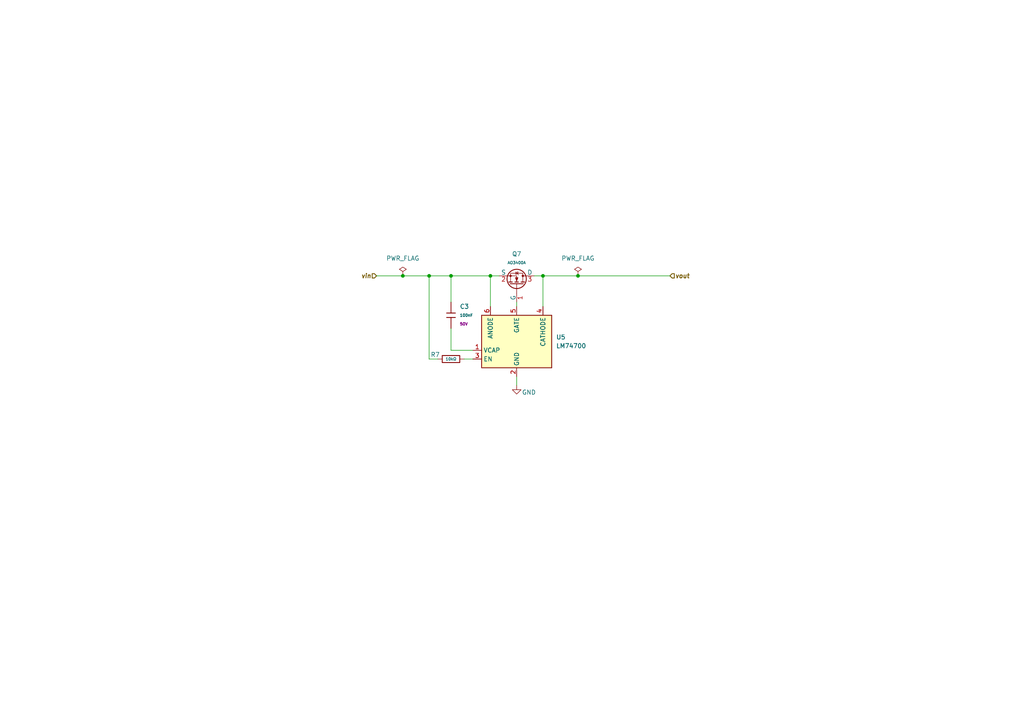
<source format=kicad_sch>
(kicad_sch (version 20250114) (generator "eeschema") (generator_version "9.0")
  (paper "A4")
  (lib_symbols
    (symbol "PCM_JLCPCB-Capacitors:0402,100nF,(2)" (pin_numbers (hide yes)) (pin_names (offset 0))
      (property "Reference" "C" (at 2.032 1.668 0))
      (property "Value" "100nF" (at 2.032 -0.3782 0))
      (property "Voltage Rated" "50V" (at 2.032 -2.0462 0))
      (symbol "0402,100nF,(2)_0_1"
        (polyline (pts (xy -1.27 0.635) (xy 1.27 0.635)) (stroke (width 0.254)))
        (polyline (pts (xy -1.27 -0.635) (xy 1.27 -0.635)) (stroke (width 0.254)))
      )
      (symbol "0402,100nF,(2)_1_1"
        (pin passive line (at 0 3.81 270) (length 3.175) (name "~") (number "1"))
        (pin passive line (at 0 -3.81 90) (length 3.175) (name "~") (number "2"))
      )
    )
    (symbol "PCM_JLCPCB-Resistors:0402,10kΩ" (pin_numbers (hide yes)) (pin_names (offset 0))
      (property "Reference" "R" (at 1.778 0 0))
      (property "Value" "10kΩ" (at 0 0 90))
      (symbol "0402,10kΩ_0_1"
        (rectangle (start -1.016 2.54) (end 1.016 -2.54) (stroke (width 0.254)))
      )
      (symbol "0402,10kΩ_1_1"
        (pin passive line (at 0 3.81 270) (length 1.27) (name "~") (number "1"))
        (pin passive line (at 0 -3.81 90) (length 1.27) (name "~") (number "2"))
      )
    )
    (symbol "PCM_JLCPCB-Transistors:NMOS,AO3400A" (pin_names (offset 0))
      (property "Reference" "Q" (at 4.8514 0.834 0))
      (property "Value" "AO3400A" (at 4.8514 -1.2122 0))
      (symbol "NMOS,AO3400A_0_1"
        (polyline (pts (xy 0.254 1.905) (xy 0.254 -1.905)) (stroke (width 0.254)))
        (polyline (pts (xy 0.254 0) (xy -2.54 0)))
        (polyline (pts (xy 0.762 2.286) (xy 0.762 1.27)) (stroke (width 0.254)))
        (polyline (pts (xy 0.762 0.508) (xy 0.762 -0.508)) (stroke (width 0.254)))
        (polyline (pts (xy 0.762 -1.27) (xy 0.762 -2.286)) (stroke (width 0.254)))
        (polyline (pts (xy 0.762 -1.778) (xy 3.302 -1.778) (xy 3.302 1.778) (xy 0.762 1.778)))
        (polyline (pts (xy 1.016 0) (xy 2.032 0.381) (xy 2.032 -0.381) (xy 1.016 0)) (fill (type outline)))
        (circle (center 1.651 0) (radius 2.794) (stroke (width 0.254)))
        (polyline (pts (xy 2.54 2.54) (xy 2.54 1.778)))
        (circle (center 2.54 1.778) (radius 0.254) (fill (type outline)))
        (circle (center 2.54 -1.778) (radius 0.254) (fill (type outline)))
        (polyline (pts (xy 2.54 -2.54) (xy 2.54 0) (xy 0.762 0)))
        (polyline (pts (xy 2.794 0.508) (xy 2.921 0.381) (xy 3.683 0.381) (xy 3.81 0.254)))
        (polyline (pts (xy 3.302 0.381) (xy 2.921 -0.254) (xy 3.683 -0.254) (xy 3.302 0.381)))
      )
      (symbol "NMOS,AO3400A_1_1"
        (pin input line (at -5.08 0 0) (length 2.54) (name "G") (number "1"))
        (pin passive line (at 2.54 5.08 270) (length 2.54) (name "D") (number "3"))
        (pin passive line (at 2.54 -5.08 90) (length 2.54) (name "S") (number "2"))
      )
    )
    (symbol "Power_Management:LM74700"
      (property "Reference" "U" (at -9.525 -8.89 0))
      (property "Value" "LM74700" (at 7.62 -8.89 0))
      (symbol "LM74700_0_1"
        (rectangle (start -10.16 7.62) (end 10.16 -7.62) (stroke (width 0.254)) (fill (type background)))
      )
      (symbol "LM74700_1_1"
        (pin passive line (at -12.7 -2.54 0) (length 2.54) (name "VCAP") (number "1"))
        (pin input line (at -12.7 -5.08 0) (length 2.54) (name "EN") (number "3"))
        (pin power_in line (at -7.62 10.16 270) (length 2.54) (name "ANODE") (number "6"))
        (pin output line (at 0 10.16 270) (length 2.54) (name "GATE") (number "5"))
        (pin power_in line (at 0 -10.16 90) (length 2.54) (name "GND") (number "2"))
        (pin input line (at 7.62 10.16 270) (length 2.54) (name "CATHODE") (number "4"))
      )
    )
    (symbol "power:GND" (power) (pin_numbers (hide yes)) (pin_names (offset 0) (hide yes))
      (property "Value" "GND" (at 0 -3.81 0))
      (symbol "GND_0_1"
        (polyline (pts (xy 0 0) (xy 0 -1.27) (xy 1.27 -1.27) (xy 0 -2.54) (xy -1.27 -1.27) (xy 0 -1.27)))
      )
      (symbol "GND_1_1"
        (pin power_in line (at 0 0 270) (length 0) (name "~") (number "1"))
      )
    )
    (symbol "power:PWR_FLAG" (power) (pin_numbers (hide yes)) (pin_names (offset 0) (hide yes))
      (property "Value" "PWR_FLAG" (at 0 3.81 0))
      (symbol "PWR_FLAG_0_0"
        (pin power_out line (at 0 0 90) (length 0) (name "~") (number "1"))
      )
      (symbol "PWR_FLAG_0_1"
        (polyline (pts (xy 0 0) (xy 0 1.27) (xy -1.016 1.905) (xy 0 2.54) (xy 1.016 1.905) (xy 0 1.27)))
      )
    )
  )
  (junction (at 142.24 80.01))
  (junction (at 124.46 80.01))
  (junction (at 157.48 80.01))
  (junction (at 116.84 80.01))
  (junction (at 167.64 80.01))
  (junction (at 130.81 80.01))
  (wire (pts (xy 134.62 104.14) (xy 137.16 104.14)))
  (wire (pts (xy 142.24 80.01) (xy 142.24 88.9)))
  (wire (pts (xy 157.48 80.01) (xy 157.48 88.9)))
  (wire (pts (xy 154.94 80.01) (xy 157.48 80.01)))
  (wire (pts (xy 130.81 80.01) (xy 130.81 87.63)))
  (wire (pts (xy 149.86 109.22) (xy 149.86 111.76)))
  (wire (pts (xy 167.64 80.01) (xy 194.31 80.01)))
  (wire (pts (xy 127 104.14) (xy 124.46 104.14)))
  (wire (pts (xy 130.81 101.6) (xy 137.16 101.6)))
  (wire (pts (xy 157.48 80.01) (xy 167.64 80.01)))
  (wire (pts (xy 142.24 80.01) (xy 144.78 80.01)))
  (wire (pts (xy 130.81 95.25) (xy 130.81 101.6)))
  (wire (pts (xy 124.46 80.01) (xy 130.81 80.01)))
  (wire (pts (xy 149.86 87.63) (xy 149.86 88.9)))
  (wire (pts (xy 116.84 80.01) (xy 124.46 80.01)))
  (wire (pts (xy 109.22 80.01) (xy 116.84 80.01)))
  (wire (pts (xy 124.46 104.14) (xy 124.46 80.01)))
  (wire (pts (xy 130.81 80.01) (xy 142.24 80.01)))
  (hierarchical_label "vin" (shape input) (at 109.22 80.01 180) (effects (font (thickness 0.254) (bold yes) (italic yes))))
  (hierarchical_label "vout" (shape input) (at 194.31 80.01 0) (effects (font (thickness 0.254) (bold yes) (italic yes))))
  (symbol (lib_id "power:PWR_FLAG") (at 167.64 80.01 0) (unit 1)
    (property "Reference" "#FLG03" (effects (hide yes)))
    (property "Value" "PWR_FLAG" (at 167.64 74.93 0))
    (property "Description" "Special symbol for telling ERC where power comes from" (effects (hide yes)))
  )
  (symbol (lib_id "power:PWR_FLAG") (at 116.84 80.01 0) (unit 1)
    (property "Reference" "#FLG02" (effects (hide yes)))
    (property "Value" "PWR_FLAG" (at 116.84 74.93 0))
    (property "Description" "Special symbol for telling ERC where power comes from" (effects (hide yes)))
  )
  (symbol (lib_id "PCM_JLCPCB-Transistors:NMOS,AO3400A") (at 149.86 82.55 270) (mirror x) (unit 1)
    (property "Reference" "Q7" (at 149.86 73.66 90))
    (property "Value" "AO3400A" (at 149.86 76.2 90) (effects (font (size 0.8 0.8))))
    (property "Footprint" "PCM_JLCPCB:Q_SOT-23" (effects (hide yes)))
    (property "Datasheet" "https://www.lcsc.com/datasheet/lcsc_datasheet_1811081213_Alpha---Omega-Semicon-AO3400A_C20917.pdf" (effects (hide yes)))
    (property "Description" "30V 5.7A 26.5mΩ@10V,5.7A 1.4W 1.5V@250uA 1 N-Channel SOT-23-3L MOSFETs ROHS" (effects (hide yes)))
    (property "LCSC" "C20917" (effects (hide yes)))
    (property "Stock" "1046002" (effects (hide yes)))
    (property "Price" "0.088USD" (effects (hide yes)))
    (property "Process" "SMT" (effects (hide yes)))
    (property "Minimum Qty" "5" (effects (hide yes)))
    (property "Attrition Qty" "4" (effects (hide yes)))
    (property "Class" "Basic Component" (effects (hide yes)))
    (property "Category" "Transistors,MOSFETs" (effects (hide yes)))
    (property "Manufacturer" "Alpha & Omega Semicon" (effects (hide yes)))
    (property "Part" "AO3400A" (effects (hide yes)))
    (property "Continuous Drain Current (Id)" "5.7A" (effects (hide yes)))
    (property "Input Capacitance (Ciss@Vds)" "630pF@15V" (effects (hide yes)))
    (property "Operating Temperature" "-55°C~+150°C@(Tj)" (effects (hide yes)))
    (property "Type" "1 N-channel" (effects (hide yes)))
    (property "Drain Source Voltage (Vdss)" "30V" (effects (hide yes)))
    (property "Power Dissipation (Pd)" "1.4W" (effects (hide yes)))
    (property "Gate Threshold Voltage (Vgs(th)@Id)" "1.5V@250uA" (effects (hide yes)))
    (property "Drain Source On Resistance (RDS(on)@Vgs,Id)" "26.5mΩ@10V,5.7A" (effects (hide yes)))
    (property "Total Gate Charge (Qg@Vgs)" "7nC@4.5V" (effects (hide yes)))
  )
  (symbol (lib_id "PCM_JLCPCB-Resistors:0402,10kΩ") (at 130.81 104.14 90) (unit 1)
    (property "Reference" "R7" (at 126.238 102.87 90))
    (property "Value" "10kΩ" (at 130.81 104.14 90) (effects (font (size 0.8 0.8))))
    (property "Footprint" "PCM_JLCPCB:R_0402" (effects (hide yes)))
    (property "Datasheet" "https://www.lcsc.com/datasheet/lcsc_datasheet_2411221126_UNI-ROYAL-Uniroyal-Elec-0402WGF1002TCE_C25744.pdf" (effects (hide yes)))
    (property "Description" "62.5mW Thick Film Resistors 50V ±100ppm/°C ±1% 10kΩ 0402 Chip Resistor - Surface Mount ROHS" (effects (hide yes)))
    (property "LCSC" "C25744" (effects (hide yes)))
    (property "Stock" "6144808" (effects (hide yes)))
    (property "Price" "0.004USD" (effects (hide yes)))
    (property "Process" "SMT" (effects (hide yes)))
    (property "Minimum Qty" "5" (effects (hide yes)))
    (property "Attrition Qty" "10" (effects (hide yes)))
    (property "Class" "Basic Component" (effects (hide yes)))
    (property "Category" "Resistors,Chip Resistor - Surface Mount" (effects (hide yes)))
    (property "Manufacturer" "UNI-ROYAL(Uniroyal Elec)" (effects (hide yes)))
    (property "Part" "0402WGF1002TCE" (effects (hide yes)))
    (property "Resistance" "10kΩ" (effects (hide yes)))
    (property "Power(Watts)" "62.5mW" (effects (hide yes)))
    (property "Type" "Thick Film Resistors" (effects (hide yes)))
    (property "Overload Voltage (Max)" "50V" (effects (hide yes)))
    (property "Operating Temperature Range" "-55°C~+155°C" (effects (hide yes)))
    (property "Tolerance" "±1%" (effects (hide yes)))
    (property "Temperature Coefficient" "±100ppm/°C" (effects (hide yes)))
  )
  (symbol (lib_id "PCM_JLCPCB-Capacitors:0402,100nF,(2)") (at 130.81 91.44 180) (unit 1)
    (property "Reference" "C3" (at 133.35 88.8999 0) (effects (justify right)))
    (property "Value" "100nF" (at 133.35 91.44 0) (effects (font (size 0.8 0.8)) (justify right)))
    (property "Footprint" "PCM_JLCPCB:C_0402" (effects (hide yes)))
    (property "Datasheet" "https://www.lcsc.com/datasheet/lcsc_datasheet_2304140030_Samsung-Electro-Mechanics-CL05B104KB54PNC_C307331.pdf" (effects (hide yes)))
    (property "Description" "50V 100nF X7R ±10% 0402 Multilayer Ceramic Capacitors MLCC - SMD/SMT ROHS" (effects (hide yes)))
    (property "LCSC" "C307331" (effects (hide yes)))
    (property "Stock" "5475927" (effects (hide yes)))
    (property "Price" "0.008USD" (effects (hide yes)))
    (property "Process" "SMT" (effects (hide yes)))
    (property "Minimum Qty" "20" (effects (hide yes)))
    (property "Attrition Qty" "10" (effects (hide yes)))
    (property "Class" "Basic Component" (effects (hide yes)))
    (property "Category" "Capacitors,Multilayer Ceramic Capacitors MLCC - SMD/SMT" (effects (hide yes)))
    (property "Manufacturer" "Samsung Electro-Mechanics" (effects (hide yes)))
    (property "Part" "CL05B104KB54PNC" (effects (hide yes)))
    (property "Voltage Rated" "50V" (at 133.35 93.98 0) (effects (font (size 0.8 0.8)) (justify right)))
    (property "Tolerance" "±10%" (effects (hide yes)))
    (property "Capacitance" "100nF" (effects (hide yes)))
    (property "Temperature Coefficient" "X7R" (effects (hide yes)))
  )
  (symbol (lib_id "Power_Management:LM74700") (at 149.86 99.06 0) (unit 1)
    (property "Reference" "U5" (at 161.29 97.7899 0) (effects (justify left)))
    (property "Value" "LM74700" (at 161.29 100.3299 0) (effects (justify left)))
    (property "Footprint" "Package_TO_SOT_SMD:SOT-23-6" (effects (hide yes)))
    (property "Datasheet" "http://www.ti.com/lit/gpn/LM74700-Q1" (effects (hide yes)))
    (property "Description" "Low Iq reverse battery protection ideal diode controller, SOT-23-6" (effects (hide yes)))
  )
  (symbol (lib_id "power:GND") (at 149.86 111.76 0) (unit 1)
    (property "Reference" "#PWR012" (effects (hide yes)))
    (property "Value" "GND" (at 153.416 113.792 0))
    (property "Description" "Power symbol creates a global label with name \"GND\" , ground" (effects (hide yes)))
  )
)
</source>
